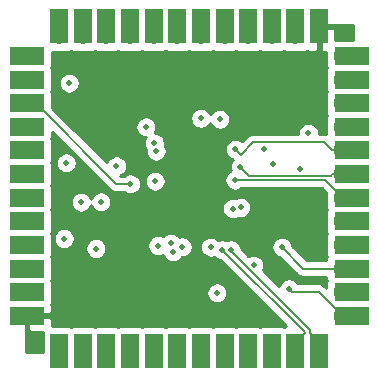
<source format=gbr>
G04 #@! TF.GenerationSoftware,KiCad,Pcbnew,(5.1.4-0-10_14)*
G04 #@! TF.CreationDate,2019-11-16T13:32:52-06:00*
G04 #@! TF.ProjectId,CircuitBrains Deluxe v1_0,43697263-7569-4744-9272-61696e732044,rev?*
G04 #@! TF.SameCoordinates,Original*
G04 #@! TF.FileFunction,Copper,L4,Bot*
G04 #@! TF.FilePolarity,Positive*
%FSLAX46Y46*%
G04 Gerber Fmt 4.6, Leading zero omitted, Abs format (unit mm)*
G04 Created by KiCad (PCBNEW (5.1.4-0-10_14)) date 2019-11-16 13:32:52*
%MOMM*%
%LPD*%
G04 APERTURE LIST*
%ADD10R,1.500000X3.000000*%
%ADD11R,3.000000X1.500000*%
%ADD12C,1.400000*%
%ADD13C,0.508000*%
%ADD14C,0.152400*%
%ADD15C,0.200000*%
%ADD16C,0.254000*%
G04 APERTURE END LIST*
D10*
X88650000Y-87200000D03*
X90650000Y-87200000D03*
X92650000Y-87200000D03*
X94650000Y-87200000D03*
X96650000Y-87200000D03*
X98650000Y-87200000D03*
X100650000Y-87200000D03*
X102650000Y-87200000D03*
X104650000Y-87200000D03*
X106650000Y-87200000D03*
X108650000Y-87200000D03*
X110650000Y-87200000D03*
X88650000Y-114700000D03*
X90650000Y-114700000D03*
X92650000Y-114700000D03*
X94650000Y-114700000D03*
X96650000Y-114700000D03*
X98650000Y-114700000D03*
X100650000Y-114700000D03*
X102650000Y-114700000D03*
X104650000Y-114700000D03*
X106650000Y-114700000D03*
X108650000Y-114700000D03*
X110650000Y-114700000D03*
D11*
X113400000Y-111700000D03*
X113400000Y-109700000D03*
X113400000Y-107700000D03*
X113400000Y-105700000D03*
X113400000Y-103700000D03*
X113400000Y-101700000D03*
X113400000Y-99700000D03*
X113400000Y-97700000D03*
X113400000Y-95700000D03*
X113400000Y-93700000D03*
X113400000Y-91700000D03*
X113400000Y-89700000D03*
X85900000Y-89700000D03*
X85900000Y-91700000D03*
X85900000Y-93700000D03*
X85900000Y-95700000D03*
X85900000Y-97700000D03*
X85900000Y-99700000D03*
X85900000Y-101700000D03*
X85900000Y-103700000D03*
X85900000Y-105700000D03*
X85900000Y-107700000D03*
X85900000Y-109700000D03*
X85900000Y-111700000D03*
D12*
X88650000Y-115400000D03*
X90650000Y-115400000D03*
X92650000Y-115400000D03*
X94650000Y-115400000D03*
X96650000Y-115400000D03*
X98650000Y-115400000D03*
X100650000Y-115400000D03*
X102650000Y-115400000D03*
X104650000Y-115400000D03*
X106650000Y-115400000D03*
X108650000Y-115400000D03*
X88650000Y-113900000D03*
X90650000Y-113900000D03*
X92650000Y-113900000D03*
X94650000Y-113900000D03*
X96650000Y-113900000D03*
X98650000Y-113900000D03*
X100650000Y-113900000D03*
X102650000Y-113900000D03*
X104650000Y-113900000D03*
X106650000Y-113900000D03*
X108650000Y-113900000D03*
X110650000Y-115400000D03*
X110650000Y-113900000D03*
X88650000Y-86500000D03*
X90650000Y-86500000D03*
X92650000Y-86500000D03*
X94650000Y-86500000D03*
X96650000Y-86500000D03*
X98650000Y-86500000D03*
X100650000Y-86500000D03*
X102650000Y-86500000D03*
X104650000Y-86500000D03*
X106650000Y-86500000D03*
X108650000Y-86500000D03*
X88650000Y-88000000D03*
X90650000Y-88000000D03*
X92650000Y-88000000D03*
X94650000Y-88000000D03*
X96650000Y-88000000D03*
X98650000Y-88000000D03*
X100650000Y-88000000D03*
X102650000Y-88000000D03*
X104650000Y-88000000D03*
X106650000Y-88000000D03*
X108650000Y-88000000D03*
X110650000Y-86500000D03*
X114100000Y-111700000D03*
X112600000Y-111700000D03*
X114100000Y-109700000D03*
X112600000Y-109700000D03*
X114100000Y-107700000D03*
X112600000Y-107700000D03*
X114100000Y-105700000D03*
X112600000Y-105700000D03*
X114100000Y-103700000D03*
X112600000Y-103700000D03*
X114100000Y-101700000D03*
X112600000Y-101700000D03*
X114100000Y-99700000D03*
X112600000Y-99700000D03*
X114100000Y-97700000D03*
X112600000Y-97700000D03*
X114100000Y-95700000D03*
X112600000Y-95700000D03*
X114100000Y-93700000D03*
X112600000Y-93700000D03*
X114100000Y-91700000D03*
X112600000Y-91700000D03*
X114100000Y-89700000D03*
X112600000Y-89700000D03*
X85200000Y-89700000D03*
X86700000Y-89700000D03*
X85200000Y-91700000D03*
X86700000Y-91700000D03*
X85200000Y-93700000D03*
X86700000Y-93700000D03*
X85200000Y-95700000D03*
X86700000Y-95700000D03*
X85200000Y-97700000D03*
X86700000Y-97700000D03*
X85200000Y-99700000D03*
X86700000Y-99700000D03*
X85200000Y-101700000D03*
X86700000Y-101700000D03*
X85200000Y-103700000D03*
X86700000Y-103700000D03*
X85200000Y-105700000D03*
X86700000Y-105700000D03*
X85200000Y-109700000D03*
X86700000Y-109700000D03*
X85200000Y-111700000D03*
X85200000Y-107700000D03*
D13*
X103600000Y-104000000D03*
X103750000Y-101500000D03*
X109000000Y-99250000D03*
X101000000Y-96750000D03*
X88500000Y-91000000D03*
X91250000Y-91000000D03*
X96750000Y-99250000D03*
X96000000Y-110500000D03*
X109000000Y-104750000D03*
X108750000Y-101500000D03*
D12*
X86700000Y-111700000D03*
X110650000Y-88000000D03*
D13*
X101100000Y-107300000D03*
X94000000Y-107800000D03*
X93800000Y-106600000D03*
X94100000Y-104000000D03*
X110478094Y-105831857D03*
X105700000Y-111800000D03*
X107100000Y-107300000D03*
X100700000Y-91400000D03*
X104100000Y-89500000D03*
X93700000Y-96200000D03*
X92600000Y-94300000D03*
X104004300Y-102521700D03*
X100625000Y-94983100D03*
X105101000Y-107399000D03*
X93500000Y-99000000D03*
X109750000Y-96250000D03*
X102000000Y-109750000D03*
X97000000Y-105750000D03*
X91750000Y-106000000D03*
X89250000Y-98750000D03*
D12*
X86700000Y-107700000D03*
D13*
X106721675Y-98821675D03*
X89500000Y-92000000D03*
X103995100Y-99081600D03*
X103518000Y-100203500D03*
X96774400Y-100291200D03*
X89064200Y-105156800D03*
X90503600Y-102067200D03*
X96709000Y-97073800D03*
X92187200Y-102055900D03*
X96851800Y-97744500D03*
X102235300Y-95059000D03*
X95997500Y-95706700D03*
X94680400Y-100535300D03*
X98082100Y-105546500D03*
X98276700Y-106255900D03*
X99063500Y-105853500D03*
X107500000Y-105900000D03*
X101466800Y-105872500D03*
X102449000Y-106100000D03*
X103207000Y-106100000D03*
X103326300Y-102612500D03*
X108100000Y-109400000D03*
X103553900Y-97603200D03*
X106001100Y-97573000D03*
D14*
X86600000Y-107950000D02*
X85740000Y-107950000D01*
X85740000Y-107950000D02*
X85725000Y-107965000D01*
X104735400Y-99821900D02*
X103995100Y-99081600D01*
X111625700Y-99821900D02*
X111747600Y-99700000D01*
X111747600Y-99700000D02*
X113400000Y-99700000D01*
X104735400Y-99821900D02*
X111625700Y-99821900D01*
X112650000Y-101700000D02*
X113400000Y-101700000D01*
X111153500Y-100203500D02*
X112650000Y-101700000D01*
X103518000Y-100203500D02*
X111153500Y-100203500D01*
X86650000Y-93700000D02*
X85900000Y-93700000D01*
X93485300Y-100535300D02*
X86650000Y-93700000D01*
X93935300Y-100535300D02*
X93485300Y-100535300D01*
X93935300Y-100535300D02*
X94680400Y-100535300D01*
X109300000Y-107700000D02*
X112650000Y-107700000D01*
X107500000Y-105900000D02*
X109300000Y-107700000D01*
X112650000Y-107700000D02*
X113400000Y-107700000D01*
D15*
X108650000Y-113950000D02*
X108650000Y-114700000D01*
X109425000Y-113175000D02*
X108650000Y-113950000D01*
X109425000Y-113076000D02*
X109425000Y-113175000D01*
X102449000Y-106100000D02*
X109425000Y-113076000D01*
X103207000Y-106100000D02*
X103207000Y-106222000D01*
X110650000Y-113950000D02*
X110650000Y-114700000D01*
X103207000Y-106100000D02*
X103207000Y-106221603D01*
X103207000Y-106221603D02*
X109875000Y-112889603D01*
X109875000Y-113175000D02*
X110650000Y-113950000D01*
X109875000Y-112889603D02*
X109875000Y-113175000D01*
D14*
X112650000Y-111700000D02*
X113110051Y-111700000D01*
X113110051Y-111700000D02*
X114100000Y-111700000D01*
X110603999Y-109653999D02*
X112650000Y-111700000D01*
X108353999Y-109653999D02*
X110603999Y-109653999D01*
X108100000Y-109400000D02*
X108353999Y-109653999D01*
X104013100Y-98062400D02*
X103553900Y-97603200D01*
X111747600Y-97700000D02*
X113400000Y-97700000D01*
X111047601Y-97000001D02*
X111747600Y-97700000D01*
X105075499Y-97000001D02*
X111047601Y-97000001D01*
X104013100Y-98062400D02*
X105075499Y-97000001D01*
D16*
G36*
X113490001Y-88311928D02*
G01*
X112037090Y-88311928D01*
X112035000Y-87485750D01*
X111876250Y-87327000D01*
X110777000Y-87327000D01*
X110777000Y-89176250D01*
X110935750Y-89335000D01*
X111261928Y-89337158D01*
X111261928Y-90450000D01*
X111274188Y-90574482D01*
X111310498Y-90694180D01*
X111313609Y-90700000D01*
X111310498Y-90705820D01*
X111274188Y-90825518D01*
X111261928Y-90950000D01*
X111261928Y-92450000D01*
X111274188Y-92574482D01*
X111310498Y-92694180D01*
X111313609Y-92700000D01*
X111310498Y-92705820D01*
X111274188Y-92825518D01*
X111261928Y-92950000D01*
X111261928Y-94450000D01*
X111274188Y-94574482D01*
X111310498Y-94694180D01*
X111313609Y-94700000D01*
X111310498Y-94705820D01*
X111274188Y-94825518D01*
X111261928Y-94950000D01*
X111261928Y-96321815D01*
X111187021Y-96299092D01*
X111082537Y-96288801D01*
X111082527Y-96288801D01*
X111047601Y-96285361D01*
X111012675Y-96288801D01*
X110639000Y-96288801D01*
X110639000Y-96162441D01*
X110604836Y-95990688D01*
X110537821Y-95828901D01*
X110440531Y-95683296D01*
X110316704Y-95559469D01*
X110171099Y-95462179D01*
X110009312Y-95395164D01*
X109837559Y-95361000D01*
X109662441Y-95361000D01*
X109490688Y-95395164D01*
X109328901Y-95462179D01*
X109183296Y-95559469D01*
X109059469Y-95683296D01*
X108962179Y-95828901D01*
X108895164Y-95990688D01*
X108861000Y-96162441D01*
X108861000Y-96288801D01*
X105110424Y-96288801D01*
X105075498Y-96285361D01*
X105040572Y-96288801D01*
X105040563Y-96288801D01*
X104936079Y-96299092D01*
X104802018Y-96339759D01*
X104678466Y-96405799D01*
X104570172Y-96494674D01*
X104547902Y-96521810D01*
X104138824Y-96930889D01*
X104120604Y-96912669D01*
X103974999Y-96815379D01*
X103813212Y-96748364D01*
X103641459Y-96714200D01*
X103466341Y-96714200D01*
X103294588Y-96748364D01*
X103132801Y-96815379D01*
X102987196Y-96912669D01*
X102863369Y-97036496D01*
X102766079Y-97182101D01*
X102699064Y-97343888D01*
X102664900Y-97515641D01*
X102664900Y-97690759D01*
X102699064Y-97862512D01*
X102766079Y-98024299D01*
X102863369Y-98169904D01*
X102987196Y-98293731D01*
X103132801Y-98391021D01*
X103294588Y-98458036D01*
X103350339Y-98469126D01*
X103304569Y-98514896D01*
X103207279Y-98660501D01*
X103140264Y-98822288D01*
X103106100Y-98994041D01*
X103106100Y-99169159D01*
X103140264Y-99340912D01*
X103160348Y-99389398D01*
X103096901Y-99415679D01*
X102951296Y-99512969D01*
X102827469Y-99636796D01*
X102730179Y-99782401D01*
X102663164Y-99944188D01*
X102629000Y-100115941D01*
X102629000Y-100291059D01*
X102663164Y-100462812D01*
X102730179Y-100624599D01*
X102827469Y-100770204D01*
X102951296Y-100894031D01*
X103096901Y-100991321D01*
X103258688Y-101058336D01*
X103430441Y-101092500D01*
X103605559Y-101092500D01*
X103777312Y-101058336D01*
X103939099Y-100991321D01*
X104053771Y-100914700D01*
X110858913Y-100914700D01*
X111261928Y-101317716D01*
X111261928Y-102450000D01*
X111274188Y-102574482D01*
X111310498Y-102694180D01*
X111313609Y-102700000D01*
X111310498Y-102705820D01*
X111274188Y-102825518D01*
X111261928Y-102950000D01*
X111261928Y-104450000D01*
X111274188Y-104574482D01*
X111310498Y-104694180D01*
X111313609Y-104700000D01*
X111310498Y-104705820D01*
X111274188Y-104825518D01*
X111261928Y-104950000D01*
X111261928Y-106450000D01*
X111274188Y-106574482D01*
X111310498Y-106694180D01*
X111313609Y-106700000D01*
X111310498Y-106705820D01*
X111274188Y-106825518D01*
X111261928Y-106950000D01*
X111261928Y-106988800D01*
X109594589Y-106988800D01*
X108381742Y-105775955D01*
X108354836Y-105640688D01*
X108287821Y-105478901D01*
X108190531Y-105333296D01*
X108066704Y-105209469D01*
X107921099Y-105112179D01*
X107759312Y-105045164D01*
X107587559Y-105011000D01*
X107412441Y-105011000D01*
X107240688Y-105045164D01*
X107078901Y-105112179D01*
X106933296Y-105209469D01*
X106809469Y-105333296D01*
X106712179Y-105478901D01*
X106645164Y-105640688D01*
X106611000Y-105812441D01*
X106611000Y-105987559D01*
X106645164Y-106159312D01*
X106712179Y-106321099D01*
X106809469Y-106466704D01*
X106933296Y-106590531D01*
X107078901Y-106687821D01*
X107240688Y-106754836D01*
X107375955Y-106781742D01*
X108772407Y-108178196D01*
X108794673Y-108205327D01*
X108821804Y-108227593D01*
X108821808Y-108227597D01*
X108853781Y-108253836D01*
X108902967Y-108294202D01*
X109026519Y-108360242D01*
X109160580Y-108400909D01*
X109265064Y-108411200D01*
X109265073Y-108411200D01*
X109299999Y-108414640D01*
X109334925Y-108411200D01*
X111261928Y-108411200D01*
X111261928Y-108450000D01*
X111274188Y-108574482D01*
X111310498Y-108694180D01*
X111313609Y-108700000D01*
X111310498Y-108705820D01*
X111274188Y-108825518D01*
X111261928Y-108950000D01*
X111261928Y-109306141D01*
X111131601Y-109175814D01*
X111109326Y-109148672D01*
X111001032Y-109059797D01*
X110877480Y-108993757D01*
X110743419Y-108953090D01*
X110638935Y-108942799D01*
X110638925Y-108942799D01*
X110603999Y-108939359D01*
X110569073Y-108942799D01*
X108863698Y-108942799D01*
X108790531Y-108833296D01*
X108666704Y-108709469D01*
X108521099Y-108612179D01*
X108359312Y-108545164D01*
X108187559Y-108511000D01*
X108012441Y-108511000D01*
X107840688Y-108545164D01*
X107678901Y-108612179D01*
X107533296Y-108709469D01*
X107409469Y-108833296D01*
X107312179Y-108978901D01*
X107245164Y-109140688D01*
X107231952Y-109207109D01*
X105871246Y-107846402D01*
X105888821Y-107820099D01*
X105955836Y-107658312D01*
X105990000Y-107486559D01*
X105990000Y-107311441D01*
X105955836Y-107139688D01*
X105888821Y-106977901D01*
X105791531Y-106832296D01*
X105667704Y-106708469D01*
X105522099Y-106611179D01*
X105360312Y-106544164D01*
X105188559Y-106510000D01*
X105013441Y-106510000D01*
X104841688Y-106544164D01*
X104679901Y-106611179D01*
X104653598Y-106628754D01*
X104096000Y-106071157D01*
X104096000Y-106012441D01*
X104061836Y-105840688D01*
X103994821Y-105678901D01*
X103897531Y-105533296D01*
X103773704Y-105409469D01*
X103628099Y-105312179D01*
X103466312Y-105245164D01*
X103294559Y-105211000D01*
X103119441Y-105211000D01*
X102947688Y-105245164D01*
X102828000Y-105294741D01*
X102708312Y-105245164D01*
X102536559Y-105211000D01*
X102361441Y-105211000D01*
X102189688Y-105245164D01*
X102123935Y-105272400D01*
X102033504Y-105181969D01*
X101887899Y-105084679D01*
X101726112Y-105017664D01*
X101554359Y-104983500D01*
X101379241Y-104983500D01*
X101207488Y-105017664D01*
X101045701Y-105084679D01*
X100900096Y-105181969D01*
X100776269Y-105305796D01*
X100678979Y-105451401D01*
X100611964Y-105613188D01*
X100577800Y-105784941D01*
X100577800Y-105960059D01*
X100611964Y-106131812D01*
X100678979Y-106293599D01*
X100776269Y-106439204D01*
X100900096Y-106563031D01*
X101045701Y-106660321D01*
X101207488Y-106727336D01*
X101379241Y-106761500D01*
X101554359Y-106761500D01*
X101726112Y-106727336D01*
X101791865Y-106700100D01*
X101882296Y-106790531D01*
X102027901Y-106887821D01*
X102189688Y-106954836D01*
X102282939Y-106973385D01*
X107874038Y-112564485D01*
X107775518Y-112574188D01*
X107655820Y-112610498D01*
X107650000Y-112613609D01*
X107644180Y-112610498D01*
X107524482Y-112574188D01*
X107400000Y-112561928D01*
X105900000Y-112561928D01*
X105775518Y-112574188D01*
X105655820Y-112610498D01*
X105650000Y-112613609D01*
X105644180Y-112610498D01*
X105524482Y-112574188D01*
X105400000Y-112561928D01*
X103900000Y-112561928D01*
X103775518Y-112574188D01*
X103655820Y-112610498D01*
X103650000Y-112613609D01*
X103644180Y-112610498D01*
X103524482Y-112574188D01*
X103400000Y-112561928D01*
X101900000Y-112561928D01*
X101775518Y-112574188D01*
X101655820Y-112610498D01*
X101650000Y-112613609D01*
X101644180Y-112610498D01*
X101524482Y-112574188D01*
X101400000Y-112561928D01*
X99900000Y-112561928D01*
X99775518Y-112574188D01*
X99655820Y-112610498D01*
X99650000Y-112613609D01*
X99644180Y-112610498D01*
X99524482Y-112574188D01*
X99400000Y-112561928D01*
X97900000Y-112561928D01*
X97775518Y-112574188D01*
X97655820Y-112610498D01*
X97650000Y-112613609D01*
X97644180Y-112610498D01*
X97524482Y-112574188D01*
X97400000Y-112561928D01*
X95900000Y-112561928D01*
X95775518Y-112574188D01*
X95655820Y-112610498D01*
X95650000Y-112613609D01*
X95644180Y-112610498D01*
X95524482Y-112574188D01*
X95400000Y-112561928D01*
X93900000Y-112561928D01*
X93775518Y-112574188D01*
X93655820Y-112610498D01*
X93650000Y-112613609D01*
X93644180Y-112610498D01*
X93524482Y-112574188D01*
X93400000Y-112561928D01*
X91900000Y-112561928D01*
X91775518Y-112574188D01*
X91655820Y-112610498D01*
X91650000Y-112613609D01*
X91644180Y-112610498D01*
X91524482Y-112574188D01*
X91400000Y-112561928D01*
X89900000Y-112561928D01*
X89775518Y-112574188D01*
X89655820Y-112610498D01*
X89650000Y-112613609D01*
X89644180Y-112610498D01*
X89524482Y-112574188D01*
X89400000Y-112561928D01*
X88027048Y-112561928D01*
X88038072Y-112450000D01*
X88035000Y-111985750D01*
X87876250Y-111827000D01*
X86027000Y-111827000D01*
X86027000Y-112926250D01*
X86185750Y-113085000D01*
X87272983Y-113087751D01*
X87261928Y-113200000D01*
X87261928Y-114790000D01*
X85810000Y-114790000D01*
X85810000Y-111553000D01*
X86027000Y-111553000D01*
X86027000Y-111573000D01*
X87876250Y-111573000D01*
X88035000Y-111414250D01*
X88038072Y-110950000D01*
X88025812Y-110825518D01*
X87989502Y-110705820D01*
X87986391Y-110700000D01*
X87989502Y-110694180D01*
X88025812Y-110574482D01*
X88038072Y-110450000D01*
X88038072Y-109662441D01*
X101111000Y-109662441D01*
X101111000Y-109837559D01*
X101145164Y-110009312D01*
X101212179Y-110171099D01*
X101309469Y-110316704D01*
X101433296Y-110440531D01*
X101578901Y-110537821D01*
X101740688Y-110604836D01*
X101912441Y-110639000D01*
X102087559Y-110639000D01*
X102259312Y-110604836D01*
X102421099Y-110537821D01*
X102566704Y-110440531D01*
X102690531Y-110316704D01*
X102787821Y-110171099D01*
X102854836Y-110009312D01*
X102889000Y-109837559D01*
X102889000Y-109662441D01*
X102854836Y-109490688D01*
X102787821Y-109328901D01*
X102690531Y-109183296D01*
X102566704Y-109059469D01*
X102421099Y-108962179D01*
X102259312Y-108895164D01*
X102087559Y-108861000D01*
X101912441Y-108861000D01*
X101740688Y-108895164D01*
X101578901Y-108962179D01*
X101433296Y-109059469D01*
X101309469Y-109183296D01*
X101212179Y-109328901D01*
X101145164Y-109490688D01*
X101111000Y-109662441D01*
X88038072Y-109662441D01*
X88038072Y-108950000D01*
X88025812Y-108825518D01*
X87989502Y-108705820D01*
X87986391Y-108700000D01*
X87989502Y-108694180D01*
X88025812Y-108574482D01*
X88038072Y-108450000D01*
X88038072Y-106950000D01*
X88025812Y-106825518D01*
X87989502Y-106705820D01*
X87986391Y-106700000D01*
X87989502Y-106694180D01*
X88025812Y-106574482D01*
X88038072Y-106450000D01*
X88038072Y-105069241D01*
X88175200Y-105069241D01*
X88175200Y-105244359D01*
X88209364Y-105416112D01*
X88276379Y-105577899D01*
X88373669Y-105723504D01*
X88497496Y-105847331D01*
X88643101Y-105944621D01*
X88804888Y-106011636D01*
X88976641Y-106045800D01*
X89151759Y-106045800D01*
X89323512Y-106011636D01*
X89485299Y-105944621D01*
X89533459Y-105912441D01*
X90861000Y-105912441D01*
X90861000Y-106087559D01*
X90895164Y-106259312D01*
X90962179Y-106421099D01*
X91059469Y-106566704D01*
X91183296Y-106690531D01*
X91328901Y-106787821D01*
X91490688Y-106854836D01*
X91662441Y-106889000D01*
X91837559Y-106889000D01*
X92009312Y-106854836D01*
X92171099Y-106787821D01*
X92316704Y-106690531D01*
X92440531Y-106566704D01*
X92537821Y-106421099D01*
X92604836Y-106259312D01*
X92639000Y-106087559D01*
X92639000Y-105912441D01*
X92604836Y-105740688D01*
X92572425Y-105662441D01*
X96111000Y-105662441D01*
X96111000Y-105837559D01*
X96145164Y-106009312D01*
X96212179Y-106171099D01*
X96309469Y-106316704D01*
X96433296Y-106440531D01*
X96578901Y-106537821D01*
X96740688Y-106604836D01*
X96912441Y-106639000D01*
X97087559Y-106639000D01*
X97259312Y-106604836D01*
X97421099Y-106537821D01*
X97429033Y-106532520D01*
X97488879Y-106676999D01*
X97586169Y-106822604D01*
X97709996Y-106946431D01*
X97855601Y-107043721D01*
X98017388Y-107110736D01*
X98189141Y-107144900D01*
X98364259Y-107144900D01*
X98536012Y-107110736D01*
X98697799Y-107043721D01*
X98843404Y-106946431D01*
X98967231Y-106822604D01*
X99020755Y-106742500D01*
X99151059Y-106742500D01*
X99322812Y-106708336D01*
X99484599Y-106641321D01*
X99630204Y-106544031D01*
X99754031Y-106420204D01*
X99851321Y-106274599D01*
X99918336Y-106112812D01*
X99952500Y-105941059D01*
X99952500Y-105765941D01*
X99918336Y-105594188D01*
X99851321Y-105432401D01*
X99754031Y-105286796D01*
X99630204Y-105162969D01*
X99484599Y-105065679D01*
X99322812Y-104998664D01*
X99151059Y-104964500D01*
X98975941Y-104964500D01*
X98804188Y-104998664D01*
X98789346Y-105004812D01*
X98772631Y-104979796D01*
X98648804Y-104855969D01*
X98503199Y-104758679D01*
X98341412Y-104691664D01*
X98169659Y-104657500D01*
X97994541Y-104657500D01*
X97822788Y-104691664D01*
X97661001Y-104758679D01*
X97515396Y-104855969D01*
X97412675Y-104958690D01*
X97259312Y-104895164D01*
X97087559Y-104861000D01*
X96912441Y-104861000D01*
X96740688Y-104895164D01*
X96578901Y-104962179D01*
X96433296Y-105059469D01*
X96309469Y-105183296D01*
X96212179Y-105328901D01*
X96145164Y-105490688D01*
X96111000Y-105662441D01*
X92572425Y-105662441D01*
X92537821Y-105578901D01*
X92440531Y-105433296D01*
X92316704Y-105309469D01*
X92171099Y-105212179D01*
X92009312Y-105145164D01*
X91837559Y-105111000D01*
X91662441Y-105111000D01*
X91490688Y-105145164D01*
X91328901Y-105212179D01*
X91183296Y-105309469D01*
X91059469Y-105433296D01*
X90962179Y-105578901D01*
X90895164Y-105740688D01*
X90861000Y-105912441D01*
X89533459Y-105912441D01*
X89630904Y-105847331D01*
X89754731Y-105723504D01*
X89852021Y-105577899D01*
X89919036Y-105416112D01*
X89953200Y-105244359D01*
X89953200Y-105069241D01*
X89919036Y-104897488D01*
X89852021Y-104735701D01*
X89754731Y-104590096D01*
X89630904Y-104466269D01*
X89485299Y-104368979D01*
X89323512Y-104301964D01*
X89151759Y-104267800D01*
X88976641Y-104267800D01*
X88804888Y-104301964D01*
X88643101Y-104368979D01*
X88497496Y-104466269D01*
X88373669Y-104590096D01*
X88276379Y-104735701D01*
X88209364Y-104897488D01*
X88175200Y-105069241D01*
X88038072Y-105069241D01*
X88038072Y-104950000D01*
X88025812Y-104825518D01*
X87989502Y-104705820D01*
X87986391Y-104700000D01*
X87989502Y-104694180D01*
X88025812Y-104574482D01*
X88038072Y-104450000D01*
X88038072Y-102950000D01*
X88025812Y-102825518D01*
X87989502Y-102705820D01*
X87986391Y-102700000D01*
X87989502Y-102694180D01*
X88025812Y-102574482D01*
X88038072Y-102450000D01*
X88038072Y-101979641D01*
X89614600Y-101979641D01*
X89614600Y-102154759D01*
X89648764Y-102326512D01*
X89715779Y-102488299D01*
X89813069Y-102633904D01*
X89936896Y-102757731D01*
X90082501Y-102855021D01*
X90244288Y-102922036D01*
X90416041Y-102956200D01*
X90591159Y-102956200D01*
X90762912Y-102922036D01*
X90924699Y-102855021D01*
X91070304Y-102757731D01*
X91194131Y-102633904D01*
X91291421Y-102488299D01*
X91347740Y-102352333D01*
X91399379Y-102476999D01*
X91496669Y-102622604D01*
X91620496Y-102746431D01*
X91766101Y-102843721D01*
X91927888Y-102910736D01*
X92099641Y-102944900D01*
X92274759Y-102944900D01*
X92446512Y-102910736D01*
X92608299Y-102843721D01*
X92753904Y-102746431D01*
X92877731Y-102622604D01*
X92942987Y-102524941D01*
X102437300Y-102524941D01*
X102437300Y-102700059D01*
X102471464Y-102871812D01*
X102538479Y-103033599D01*
X102635769Y-103179204D01*
X102759596Y-103303031D01*
X102905201Y-103400321D01*
X103066988Y-103467336D01*
X103238741Y-103501500D01*
X103413859Y-103501500D01*
X103585612Y-103467336D01*
X103747399Y-103400321D01*
X103774277Y-103382362D01*
X103916741Y-103410700D01*
X104091859Y-103410700D01*
X104263612Y-103376536D01*
X104425399Y-103309521D01*
X104571004Y-103212231D01*
X104694831Y-103088404D01*
X104792121Y-102942799D01*
X104859136Y-102781012D01*
X104893300Y-102609259D01*
X104893300Y-102434141D01*
X104859136Y-102262388D01*
X104792121Y-102100601D01*
X104694831Y-101954996D01*
X104571004Y-101831169D01*
X104425399Y-101733879D01*
X104263612Y-101666864D01*
X104091859Y-101632700D01*
X103916741Y-101632700D01*
X103744988Y-101666864D01*
X103583201Y-101733879D01*
X103556323Y-101751838D01*
X103413859Y-101723500D01*
X103238741Y-101723500D01*
X103066988Y-101757664D01*
X102905201Y-101824679D01*
X102759596Y-101921969D01*
X102635769Y-102045796D01*
X102538479Y-102191401D01*
X102471464Y-102353188D01*
X102437300Y-102524941D01*
X92942987Y-102524941D01*
X92975021Y-102476999D01*
X93042036Y-102315212D01*
X93076200Y-102143459D01*
X93076200Y-101968341D01*
X93042036Y-101796588D01*
X92975021Y-101634801D01*
X92877731Y-101489196D01*
X92753904Y-101365369D01*
X92608299Y-101268079D01*
X92446512Y-101201064D01*
X92274759Y-101166900D01*
X92099641Y-101166900D01*
X91927888Y-101201064D01*
X91766101Y-101268079D01*
X91620496Y-101365369D01*
X91496669Y-101489196D01*
X91399379Y-101634801D01*
X91343060Y-101770767D01*
X91291421Y-101646101D01*
X91194131Y-101500496D01*
X91070304Y-101376669D01*
X90924699Y-101279379D01*
X90762912Y-101212364D01*
X90591159Y-101178200D01*
X90416041Y-101178200D01*
X90244288Y-101212364D01*
X90082501Y-101279379D01*
X89936896Y-101376669D01*
X89813069Y-101500496D01*
X89715779Y-101646101D01*
X89648764Y-101807888D01*
X89614600Y-101979641D01*
X88038072Y-101979641D01*
X88038072Y-100950000D01*
X88025812Y-100825518D01*
X87989502Y-100705820D01*
X87986391Y-100700000D01*
X87989502Y-100694180D01*
X88025812Y-100574482D01*
X88038072Y-100450000D01*
X88038072Y-98950000D01*
X88025812Y-98825518D01*
X87989502Y-98705820D01*
X87986391Y-98700000D01*
X87989502Y-98694180D01*
X87999129Y-98662441D01*
X88361000Y-98662441D01*
X88361000Y-98837559D01*
X88395164Y-99009312D01*
X88462179Y-99171099D01*
X88559469Y-99316704D01*
X88683296Y-99440531D01*
X88828901Y-99537821D01*
X88990688Y-99604836D01*
X89162441Y-99639000D01*
X89337559Y-99639000D01*
X89509312Y-99604836D01*
X89671099Y-99537821D01*
X89816704Y-99440531D01*
X89940531Y-99316704D01*
X90037821Y-99171099D01*
X90104836Y-99009312D01*
X90139000Y-98837559D01*
X90139000Y-98662441D01*
X90104836Y-98490688D01*
X90037821Y-98328901D01*
X89940531Y-98183296D01*
X89816704Y-98059469D01*
X89671099Y-97962179D01*
X89509312Y-97895164D01*
X89337559Y-97861000D01*
X89162441Y-97861000D01*
X88990688Y-97895164D01*
X88828901Y-97962179D01*
X88683296Y-98059469D01*
X88559469Y-98183296D01*
X88462179Y-98328901D01*
X88395164Y-98490688D01*
X88361000Y-98662441D01*
X87999129Y-98662441D01*
X88025812Y-98574482D01*
X88038072Y-98450000D01*
X88038072Y-96950000D01*
X88025812Y-96825518D01*
X87989502Y-96705820D01*
X87986391Y-96700000D01*
X87989502Y-96694180D01*
X88025812Y-96574482D01*
X88038072Y-96450000D01*
X88038072Y-96093859D01*
X92957703Y-101013491D01*
X92979973Y-101040627D01*
X93088267Y-101129502D01*
X93211819Y-101195542D01*
X93345880Y-101236209D01*
X93450364Y-101246500D01*
X93450371Y-101246500D01*
X93485300Y-101249940D01*
X93520228Y-101246500D01*
X94144629Y-101246500D01*
X94259301Y-101323121D01*
X94421088Y-101390136D01*
X94592841Y-101424300D01*
X94767959Y-101424300D01*
X94939712Y-101390136D01*
X95101499Y-101323121D01*
X95247104Y-101225831D01*
X95370931Y-101102004D01*
X95468221Y-100956399D01*
X95535236Y-100794612D01*
X95569400Y-100622859D01*
X95569400Y-100447741D01*
X95535236Y-100275988D01*
X95505269Y-100203641D01*
X95885400Y-100203641D01*
X95885400Y-100378759D01*
X95919564Y-100550512D01*
X95986579Y-100712299D01*
X96083869Y-100857904D01*
X96207696Y-100981731D01*
X96353301Y-101079021D01*
X96515088Y-101146036D01*
X96686841Y-101180200D01*
X96861959Y-101180200D01*
X97033712Y-101146036D01*
X97195499Y-101079021D01*
X97341104Y-100981731D01*
X97464931Y-100857904D01*
X97562221Y-100712299D01*
X97629236Y-100550512D01*
X97663400Y-100378759D01*
X97663400Y-100203641D01*
X97629236Y-100031888D01*
X97562221Y-99870101D01*
X97464931Y-99724496D01*
X97341104Y-99600669D01*
X97195499Y-99503379D01*
X97033712Y-99436364D01*
X96861959Y-99402200D01*
X96686841Y-99402200D01*
X96515088Y-99436364D01*
X96353301Y-99503379D01*
X96207696Y-99600669D01*
X96083869Y-99724496D01*
X95986579Y-99870101D01*
X95919564Y-100031888D01*
X95885400Y-100203641D01*
X95505269Y-100203641D01*
X95468221Y-100114201D01*
X95370931Y-99968596D01*
X95247104Y-99844769D01*
X95101499Y-99747479D01*
X94939712Y-99680464D01*
X94767959Y-99646300D01*
X94592841Y-99646300D01*
X94421088Y-99680464D01*
X94259301Y-99747479D01*
X94144629Y-99824100D01*
X93833515Y-99824100D01*
X93921099Y-99787821D01*
X94066704Y-99690531D01*
X94190531Y-99566704D01*
X94287821Y-99421099D01*
X94354836Y-99259312D01*
X94389000Y-99087559D01*
X94389000Y-98912441D01*
X94354836Y-98740688D01*
X94287821Y-98578901D01*
X94190531Y-98433296D01*
X94066704Y-98309469D01*
X93921099Y-98212179D01*
X93759312Y-98145164D01*
X93587559Y-98111000D01*
X93412441Y-98111000D01*
X93240688Y-98145164D01*
X93078901Y-98212179D01*
X92933296Y-98309469D01*
X92809469Y-98433296D01*
X92712179Y-98578901D01*
X92660193Y-98704405D01*
X89574929Y-95619141D01*
X95108500Y-95619141D01*
X95108500Y-95794259D01*
X95142664Y-95966012D01*
X95209679Y-96127799D01*
X95306969Y-96273404D01*
X95430796Y-96397231D01*
X95576401Y-96494521D01*
X95738188Y-96561536D01*
X95909941Y-96595700D01*
X95959266Y-96595700D01*
X95921179Y-96652701D01*
X95854164Y-96814488D01*
X95820000Y-96986241D01*
X95820000Y-97161359D01*
X95854164Y-97333112D01*
X95921179Y-97494899D01*
X95978090Y-97580073D01*
X95962800Y-97656941D01*
X95962800Y-97832059D01*
X95996964Y-98003812D01*
X96063979Y-98165599D01*
X96161269Y-98311204D01*
X96285096Y-98435031D01*
X96430701Y-98532321D01*
X96592488Y-98599336D01*
X96764241Y-98633500D01*
X96939359Y-98633500D01*
X97111112Y-98599336D01*
X97272899Y-98532321D01*
X97418504Y-98435031D01*
X97542331Y-98311204D01*
X97639621Y-98165599D01*
X97706636Y-98003812D01*
X97740800Y-97832059D01*
X97740800Y-97656941D01*
X97706636Y-97485188D01*
X97639621Y-97323401D01*
X97582710Y-97238227D01*
X97598000Y-97161359D01*
X97598000Y-96986241D01*
X97563836Y-96814488D01*
X97496821Y-96652701D01*
X97399531Y-96507096D01*
X97275704Y-96383269D01*
X97130099Y-96285979D01*
X96968312Y-96218964D01*
X96796559Y-96184800D01*
X96747234Y-96184800D01*
X96785321Y-96127799D01*
X96852336Y-95966012D01*
X96886500Y-95794259D01*
X96886500Y-95619141D01*
X96852336Y-95447388D01*
X96785321Y-95285601D01*
X96688031Y-95139996D01*
X96564204Y-95016169D01*
X96418599Y-94918879D01*
X96362257Y-94895541D01*
X99736000Y-94895541D01*
X99736000Y-95070659D01*
X99770164Y-95242412D01*
X99837179Y-95404199D01*
X99934469Y-95549804D01*
X100058296Y-95673631D01*
X100203901Y-95770921D01*
X100365688Y-95837936D01*
X100537441Y-95872100D01*
X100712559Y-95872100D01*
X100884312Y-95837936D01*
X101046099Y-95770921D01*
X101191704Y-95673631D01*
X101315531Y-95549804D01*
X101412821Y-95404199D01*
X101414430Y-95400313D01*
X101447479Y-95480099D01*
X101544769Y-95625704D01*
X101668596Y-95749531D01*
X101814201Y-95846821D01*
X101975988Y-95913836D01*
X102147741Y-95948000D01*
X102322859Y-95948000D01*
X102494612Y-95913836D01*
X102656399Y-95846821D01*
X102802004Y-95749531D01*
X102925831Y-95625704D01*
X103023121Y-95480099D01*
X103090136Y-95318312D01*
X103124300Y-95146559D01*
X103124300Y-94971441D01*
X103090136Y-94799688D01*
X103023121Y-94637901D01*
X102925831Y-94492296D01*
X102802004Y-94368469D01*
X102656399Y-94271179D01*
X102494612Y-94204164D01*
X102322859Y-94170000D01*
X102147741Y-94170000D01*
X101975988Y-94204164D01*
X101814201Y-94271179D01*
X101668596Y-94368469D01*
X101544769Y-94492296D01*
X101447479Y-94637901D01*
X101445870Y-94641787D01*
X101412821Y-94562001D01*
X101315531Y-94416396D01*
X101191704Y-94292569D01*
X101046099Y-94195279D01*
X100884312Y-94128264D01*
X100712559Y-94094100D01*
X100537441Y-94094100D01*
X100365688Y-94128264D01*
X100203901Y-94195279D01*
X100058296Y-94292569D01*
X99934469Y-94416396D01*
X99837179Y-94562001D01*
X99770164Y-94723788D01*
X99736000Y-94895541D01*
X96362257Y-94895541D01*
X96256812Y-94851864D01*
X96085059Y-94817700D01*
X95909941Y-94817700D01*
X95738188Y-94851864D01*
X95576401Y-94918879D01*
X95430796Y-95016169D01*
X95306969Y-95139996D01*
X95209679Y-95285601D01*
X95142664Y-95447388D01*
X95108500Y-95619141D01*
X89574929Y-95619141D01*
X88038072Y-94082285D01*
X88038072Y-92950000D01*
X88025812Y-92825518D01*
X87989502Y-92705820D01*
X87986391Y-92700000D01*
X87989502Y-92694180D01*
X88025812Y-92574482D01*
X88038072Y-92450000D01*
X88038072Y-91912441D01*
X88611000Y-91912441D01*
X88611000Y-92087559D01*
X88645164Y-92259312D01*
X88712179Y-92421099D01*
X88809469Y-92566704D01*
X88933296Y-92690531D01*
X89078901Y-92787821D01*
X89240688Y-92854836D01*
X89412441Y-92889000D01*
X89587559Y-92889000D01*
X89759312Y-92854836D01*
X89921099Y-92787821D01*
X90066704Y-92690531D01*
X90190531Y-92566704D01*
X90287821Y-92421099D01*
X90354836Y-92259312D01*
X90389000Y-92087559D01*
X90389000Y-91912441D01*
X90354836Y-91740688D01*
X90287821Y-91578901D01*
X90190531Y-91433296D01*
X90066704Y-91309469D01*
X89921099Y-91212179D01*
X89759312Y-91145164D01*
X89587559Y-91111000D01*
X89412441Y-91111000D01*
X89240688Y-91145164D01*
X89078901Y-91212179D01*
X88933296Y-91309469D01*
X88809469Y-91433296D01*
X88712179Y-91578901D01*
X88645164Y-91740688D01*
X88611000Y-91912441D01*
X88038072Y-91912441D01*
X88038072Y-90950000D01*
X88025812Y-90825518D01*
X87989502Y-90705820D01*
X87986391Y-90700000D01*
X87989502Y-90694180D01*
X88025812Y-90574482D01*
X88038072Y-90450000D01*
X88038072Y-89338072D01*
X89400000Y-89338072D01*
X89524482Y-89325812D01*
X89644180Y-89289502D01*
X89650000Y-89286391D01*
X89655820Y-89289502D01*
X89775518Y-89325812D01*
X89900000Y-89338072D01*
X91400000Y-89338072D01*
X91524482Y-89325812D01*
X91644180Y-89289502D01*
X91650000Y-89286391D01*
X91655820Y-89289502D01*
X91775518Y-89325812D01*
X91900000Y-89338072D01*
X93400000Y-89338072D01*
X93524482Y-89325812D01*
X93644180Y-89289502D01*
X93650000Y-89286391D01*
X93655820Y-89289502D01*
X93775518Y-89325812D01*
X93900000Y-89338072D01*
X95400000Y-89338072D01*
X95524482Y-89325812D01*
X95644180Y-89289502D01*
X95650000Y-89286391D01*
X95655820Y-89289502D01*
X95775518Y-89325812D01*
X95900000Y-89338072D01*
X97400000Y-89338072D01*
X97524482Y-89325812D01*
X97644180Y-89289502D01*
X97650000Y-89286391D01*
X97655820Y-89289502D01*
X97775518Y-89325812D01*
X97900000Y-89338072D01*
X99400000Y-89338072D01*
X99524482Y-89325812D01*
X99644180Y-89289502D01*
X99650000Y-89286391D01*
X99655820Y-89289502D01*
X99775518Y-89325812D01*
X99900000Y-89338072D01*
X101400000Y-89338072D01*
X101524482Y-89325812D01*
X101644180Y-89289502D01*
X101650000Y-89286391D01*
X101655820Y-89289502D01*
X101775518Y-89325812D01*
X101900000Y-89338072D01*
X103400000Y-89338072D01*
X103524482Y-89325812D01*
X103644180Y-89289502D01*
X103650000Y-89286391D01*
X103655820Y-89289502D01*
X103775518Y-89325812D01*
X103900000Y-89338072D01*
X105400000Y-89338072D01*
X105524482Y-89325812D01*
X105644180Y-89289502D01*
X105650000Y-89286391D01*
X105655820Y-89289502D01*
X105775518Y-89325812D01*
X105900000Y-89338072D01*
X107400000Y-89338072D01*
X107524482Y-89325812D01*
X107644180Y-89289502D01*
X107650000Y-89286391D01*
X107655820Y-89289502D01*
X107775518Y-89325812D01*
X107900000Y-89338072D01*
X109400000Y-89338072D01*
X109524482Y-89325812D01*
X109644180Y-89289502D01*
X109650000Y-89286391D01*
X109655820Y-89289502D01*
X109775518Y-89325812D01*
X109900000Y-89338072D01*
X110364250Y-89335000D01*
X110523000Y-89176250D01*
X110523000Y-87327000D01*
X110503000Y-87327000D01*
X110503000Y-87110000D01*
X113490001Y-87110000D01*
X113490001Y-88311928D01*
X113490001Y-88311928D01*
G37*
X113490001Y-88311928D02*
X112037090Y-88311928D01*
X112035000Y-87485750D01*
X111876250Y-87327000D01*
X110777000Y-87327000D01*
X110777000Y-89176250D01*
X110935750Y-89335000D01*
X111261928Y-89337158D01*
X111261928Y-90450000D01*
X111274188Y-90574482D01*
X111310498Y-90694180D01*
X111313609Y-90700000D01*
X111310498Y-90705820D01*
X111274188Y-90825518D01*
X111261928Y-90950000D01*
X111261928Y-92450000D01*
X111274188Y-92574482D01*
X111310498Y-92694180D01*
X111313609Y-92700000D01*
X111310498Y-92705820D01*
X111274188Y-92825518D01*
X111261928Y-92950000D01*
X111261928Y-94450000D01*
X111274188Y-94574482D01*
X111310498Y-94694180D01*
X111313609Y-94700000D01*
X111310498Y-94705820D01*
X111274188Y-94825518D01*
X111261928Y-94950000D01*
X111261928Y-96321815D01*
X111187021Y-96299092D01*
X111082537Y-96288801D01*
X111082527Y-96288801D01*
X111047601Y-96285361D01*
X111012675Y-96288801D01*
X110639000Y-96288801D01*
X110639000Y-96162441D01*
X110604836Y-95990688D01*
X110537821Y-95828901D01*
X110440531Y-95683296D01*
X110316704Y-95559469D01*
X110171099Y-95462179D01*
X110009312Y-95395164D01*
X109837559Y-95361000D01*
X109662441Y-95361000D01*
X109490688Y-95395164D01*
X109328901Y-95462179D01*
X109183296Y-95559469D01*
X109059469Y-95683296D01*
X108962179Y-95828901D01*
X108895164Y-95990688D01*
X108861000Y-96162441D01*
X108861000Y-96288801D01*
X105110424Y-96288801D01*
X105075498Y-96285361D01*
X105040572Y-96288801D01*
X105040563Y-96288801D01*
X104936079Y-96299092D01*
X104802018Y-96339759D01*
X104678466Y-96405799D01*
X104570172Y-96494674D01*
X104547902Y-96521810D01*
X104138824Y-96930889D01*
X104120604Y-96912669D01*
X103974999Y-96815379D01*
X103813212Y-96748364D01*
X103641459Y-96714200D01*
X103466341Y-96714200D01*
X103294588Y-96748364D01*
X103132801Y-96815379D01*
X102987196Y-96912669D01*
X102863369Y-97036496D01*
X102766079Y-97182101D01*
X102699064Y-97343888D01*
X102664900Y-97515641D01*
X102664900Y-97690759D01*
X102699064Y-97862512D01*
X102766079Y-98024299D01*
X102863369Y-98169904D01*
X102987196Y-98293731D01*
X103132801Y-98391021D01*
X103294588Y-98458036D01*
X103350339Y-98469126D01*
X103304569Y-98514896D01*
X103207279Y-98660501D01*
X103140264Y-98822288D01*
X103106100Y-98994041D01*
X103106100Y-99169159D01*
X103140264Y-99340912D01*
X103160348Y-99389398D01*
X103096901Y-99415679D01*
X102951296Y-99512969D01*
X102827469Y-99636796D01*
X102730179Y-99782401D01*
X102663164Y-99944188D01*
X102629000Y-100115941D01*
X102629000Y-100291059D01*
X102663164Y-100462812D01*
X102730179Y-100624599D01*
X102827469Y-100770204D01*
X102951296Y-100894031D01*
X103096901Y-100991321D01*
X103258688Y-101058336D01*
X103430441Y-101092500D01*
X103605559Y-101092500D01*
X103777312Y-101058336D01*
X103939099Y-100991321D01*
X104053771Y-100914700D01*
X110858913Y-100914700D01*
X111261928Y-101317716D01*
X111261928Y-102450000D01*
X111274188Y-102574482D01*
X111310498Y-102694180D01*
X111313609Y-102700000D01*
X111310498Y-102705820D01*
X111274188Y-102825518D01*
X111261928Y-102950000D01*
X111261928Y-104450000D01*
X111274188Y-104574482D01*
X111310498Y-104694180D01*
X111313609Y-104700000D01*
X111310498Y-104705820D01*
X111274188Y-104825518D01*
X111261928Y-104950000D01*
X111261928Y-106450000D01*
X111274188Y-106574482D01*
X111310498Y-106694180D01*
X111313609Y-106700000D01*
X111310498Y-106705820D01*
X111274188Y-106825518D01*
X111261928Y-106950000D01*
X111261928Y-106988800D01*
X109594589Y-106988800D01*
X108381742Y-105775955D01*
X108354836Y-105640688D01*
X108287821Y-105478901D01*
X108190531Y-105333296D01*
X108066704Y-105209469D01*
X107921099Y-105112179D01*
X107759312Y-105045164D01*
X107587559Y-105011000D01*
X107412441Y-105011000D01*
X107240688Y-105045164D01*
X107078901Y-105112179D01*
X106933296Y-105209469D01*
X106809469Y-105333296D01*
X106712179Y-105478901D01*
X106645164Y-105640688D01*
X106611000Y-105812441D01*
X106611000Y-105987559D01*
X106645164Y-106159312D01*
X106712179Y-106321099D01*
X106809469Y-106466704D01*
X106933296Y-106590531D01*
X107078901Y-106687821D01*
X107240688Y-106754836D01*
X107375955Y-106781742D01*
X108772407Y-108178196D01*
X108794673Y-108205327D01*
X108821804Y-108227593D01*
X108821808Y-108227597D01*
X108853781Y-108253836D01*
X108902967Y-108294202D01*
X109026519Y-108360242D01*
X109160580Y-108400909D01*
X109265064Y-108411200D01*
X109265073Y-108411200D01*
X109299999Y-108414640D01*
X109334925Y-108411200D01*
X111261928Y-108411200D01*
X111261928Y-108450000D01*
X111274188Y-108574482D01*
X111310498Y-108694180D01*
X111313609Y-108700000D01*
X111310498Y-108705820D01*
X111274188Y-108825518D01*
X111261928Y-108950000D01*
X111261928Y-109306141D01*
X111131601Y-109175814D01*
X111109326Y-109148672D01*
X111001032Y-109059797D01*
X110877480Y-108993757D01*
X110743419Y-108953090D01*
X110638935Y-108942799D01*
X110638925Y-108942799D01*
X110603999Y-108939359D01*
X110569073Y-108942799D01*
X108863698Y-108942799D01*
X108790531Y-108833296D01*
X108666704Y-108709469D01*
X108521099Y-108612179D01*
X108359312Y-108545164D01*
X108187559Y-108511000D01*
X108012441Y-108511000D01*
X107840688Y-108545164D01*
X107678901Y-108612179D01*
X107533296Y-108709469D01*
X107409469Y-108833296D01*
X107312179Y-108978901D01*
X107245164Y-109140688D01*
X107231952Y-109207109D01*
X105871246Y-107846402D01*
X105888821Y-107820099D01*
X105955836Y-107658312D01*
X105990000Y-107486559D01*
X105990000Y-107311441D01*
X105955836Y-107139688D01*
X105888821Y-106977901D01*
X105791531Y-106832296D01*
X105667704Y-106708469D01*
X105522099Y-106611179D01*
X105360312Y-106544164D01*
X105188559Y-106510000D01*
X105013441Y-106510000D01*
X104841688Y-106544164D01*
X104679901Y-106611179D01*
X104653598Y-106628754D01*
X104096000Y-106071157D01*
X104096000Y-106012441D01*
X104061836Y-105840688D01*
X103994821Y-105678901D01*
X103897531Y-105533296D01*
X103773704Y-105409469D01*
X103628099Y-105312179D01*
X103466312Y-105245164D01*
X103294559Y-105211000D01*
X103119441Y-105211000D01*
X102947688Y-105245164D01*
X102828000Y-105294741D01*
X102708312Y-105245164D01*
X102536559Y-105211000D01*
X102361441Y-105211000D01*
X102189688Y-105245164D01*
X102123935Y-105272400D01*
X102033504Y-105181969D01*
X101887899Y-105084679D01*
X101726112Y-105017664D01*
X101554359Y-104983500D01*
X101379241Y-104983500D01*
X101207488Y-105017664D01*
X101045701Y-105084679D01*
X100900096Y-105181969D01*
X100776269Y-105305796D01*
X100678979Y-105451401D01*
X100611964Y-105613188D01*
X100577800Y-105784941D01*
X100577800Y-105960059D01*
X100611964Y-106131812D01*
X100678979Y-106293599D01*
X100776269Y-106439204D01*
X100900096Y-106563031D01*
X101045701Y-106660321D01*
X101207488Y-106727336D01*
X101379241Y-106761500D01*
X101554359Y-106761500D01*
X101726112Y-106727336D01*
X101791865Y-106700100D01*
X101882296Y-106790531D01*
X102027901Y-106887821D01*
X102189688Y-106954836D01*
X102282939Y-106973385D01*
X107874038Y-112564485D01*
X107775518Y-112574188D01*
X107655820Y-112610498D01*
X107650000Y-112613609D01*
X107644180Y-112610498D01*
X107524482Y-112574188D01*
X107400000Y-112561928D01*
X105900000Y-112561928D01*
X105775518Y-112574188D01*
X105655820Y-112610498D01*
X105650000Y-112613609D01*
X105644180Y-112610498D01*
X105524482Y-112574188D01*
X105400000Y-112561928D01*
X103900000Y-112561928D01*
X103775518Y-112574188D01*
X103655820Y-112610498D01*
X103650000Y-112613609D01*
X103644180Y-112610498D01*
X103524482Y-112574188D01*
X103400000Y-112561928D01*
X101900000Y-112561928D01*
X101775518Y-112574188D01*
X101655820Y-112610498D01*
X101650000Y-112613609D01*
X101644180Y-112610498D01*
X101524482Y-112574188D01*
X101400000Y-112561928D01*
X99900000Y-112561928D01*
X99775518Y-112574188D01*
X99655820Y-112610498D01*
X99650000Y-112613609D01*
X99644180Y-112610498D01*
X99524482Y-112574188D01*
X99400000Y-112561928D01*
X97900000Y-112561928D01*
X97775518Y-112574188D01*
X97655820Y-112610498D01*
X97650000Y-112613609D01*
X97644180Y-112610498D01*
X97524482Y-112574188D01*
X97400000Y-112561928D01*
X95900000Y-112561928D01*
X95775518Y-112574188D01*
X95655820Y-112610498D01*
X95650000Y-112613609D01*
X95644180Y-112610498D01*
X95524482Y-112574188D01*
X95400000Y-112561928D01*
X93900000Y-112561928D01*
X93775518Y-112574188D01*
X93655820Y-112610498D01*
X93650000Y-112613609D01*
X93644180Y-112610498D01*
X93524482Y-112574188D01*
X93400000Y-112561928D01*
X91900000Y-112561928D01*
X91775518Y-112574188D01*
X91655820Y-112610498D01*
X91650000Y-112613609D01*
X91644180Y-112610498D01*
X91524482Y-112574188D01*
X91400000Y-112561928D01*
X89900000Y-112561928D01*
X89775518Y-112574188D01*
X89655820Y-112610498D01*
X89650000Y-112613609D01*
X89644180Y-112610498D01*
X89524482Y-112574188D01*
X89400000Y-112561928D01*
X88027048Y-112561928D01*
X88038072Y-112450000D01*
X88035000Y-111985750D01*
X87876250Y-111827000D01*
X86027000Y-111827000D01*
X86027000Y-112926250D01*
X86185750Y-113085000D01*
X87272983Y-113087751D01*
X87261928Y-113200000D01*
X87261928Y-114790000D01*
X85810000Y-114790000D01*
X85810000Y-111553000D01*
X86027000Y-111553000D01*
X86027000Y-111573000D01*
X87876250Y-111573000D01*
X88035000Y-111414250D01*
X88038072Y-110950000D01*
X88025812Y-110825518D01*
X87989502Y-110705820D01*
X87986391Y-110700000D01*
X87989502Y-110694180D01*
X88025812Y-110574482D01*
X88038072Y-110450000D01*
X88038072Y-109662441D01*
X101111000Y-109662441D01*
X101111000Y-109837559D01*
X101145164Y-110009312D01*
X101212179Y-110171099D01*
X101309469Y-110316704D01*
X101433296Y-110440531D01*
X101578901Y-110537821D01*
X101740688Y-110604836D01*
X101912441Y-110639000D01*
X102087559Y-110639000D01*
X102259312Y-110604836D01*
X102421099Y-110537821D01*
X102566704Y-110440531D01*
X102690531Y-110316704D01*
X102787821Y-110171099D01*
X102854836Y-110009312D01*
X102889000Y-109837559D01*
X102889000Y-109662441D01*
X102854836Y-109490688D01*
X102787821Y-109328901D01*
X102690531Y-109183296D01*
X102566704Y-109059469D01*
X102421099Y-108962179D01*
X102259312Y-108895164D01*
X102087559Y-108861000D01*
X101912441Y-108861000D01*
X101740688Y-108895164D01*
X101578901Y-108962179D01*
X101433296Y-109059469D01*
X101309469Y-109183296D01*
X101212179Y-109328901D01*
X101145164Y-109490688D01*
X101111000Y-109662441D01*
X88038072Y-109662441D01*
X88038072Y-108950000D01*
X88025812Y-108825518D01*
X87989502Y-108705820D01*
X87986391Y-108700000D01*
X87989502Y-108694180D01*
X88025812Y-108574482D01*
X88038072Y-108450000D01*
X88038072Y-106950000D01*
X88025812Y-106825518D01*
X87989502Y-106705820D01*
X87986391Y-106700000D01*
X87989502Y-106694180D01*
X88025812Y-106574482D01*
X88038072Y-106450000D01*
X88038072Y-105069241D01*
X88175200Y-105069241D01*
X88175200Y-105244359D01*
X88209364Y-105416112D01*
X88276379Y-105577899D01*
X88373669Y-105723504D01*
X88497496Y-105847331D01*
X88643101Y-105944621D01*
X88804888Y-106011636D01*
X88976641Y-106045800D01*
X89151759Y-106045800D01*
X89323512Y-106011636D01*
X89485299Y-105944621D01*
X89533459Y-105912441D01*
X90861000Y-105912441D01*
X90861000Y-106087559D01*
X90895164Y-106259312D01*
X90962179Y-106421099D01*
X91059469Y-106566704D01*
X91183296Y-106690531D01*
X91328901Y-106787821D01*
X91490688Y-106854836D01*
X91662441Y-106889000D01*
X91837559Y-106889000D01*
X92009312Y-106854836D01*
X92171099Y-106787821D01*
X92316704Y-106690531D01*
X92440531Y-106566704D01*
X92537821Y-106421099D01*
X92604836Y-106259312D01*
X92639000Y-106087559D01*
X92639000Y-105912441D01*
X92604836Y-105740688D01*
X92572425Y-105662441D01*
X96111000Y-105662441D01*
X96111000Y-105837559D01*
X96145164Y-106009312D01*
X96212179Y-106171099D01*
X96309469Y-106316704D01*
X96433296Y-106440531D01*
X96578901Y-106537821D01*
X96740688Y-106604836D01*
X96912441Y-106639000D01*
X97087559Y-106639000D01*
X97259312Y-106604836D01*
X97421099Y-106537821D01*
X97429033Y-106532520D01*
X97488879Y-106676999D01*
X97586169Y-106822604D01*
X97709996Y-106946431D01*
X97855601Y-107043721D01*
X98017388Y-107110736D01*
X98189141Y-107144900D01*
X98364259Y-107144900D01*
X98536012Y-107110736D01*
X98697799Y-107043721D01*
X98843404Y-106946431D01*
X98967231Y-106822604D01*
X99020755Y-106742500D01*
X99151059Y-106742500D01*
X99322812Y-106708336D01*
X99484599Y-106641321D01*
X99630204Y-106544031D01*
X99754031Y-106420204D01*
X99851321Y-106274599D01*
X99918336Y-106112812D01*
X99952500Y-105941059D01*
X99952500Y-105765941D01*
X99918336Y-105594188D01*
X99851321Y-105432401D01*
X99754031Y-105286796D01*
X99630204Y-105162969D01*
X99484599Y-105065679D01*
X99322812Y-104998664D01*
X99151059Y-104964500D01*
X98975941Y-104964500D01*
X98804188Y-104998664D01*
X98789346Y-105004812D01*
X98772631Y-104979796D01*
X98648804Y-104855969D01*
X98503199Y-104758679D01*
X98341412Y-104691664D01*
X98169659Y-104657500D01*
X97994541Y-104657500D01*
X97822788Y-104691664D01*
X97661001Y-104758679D01*
X97515396Y-104855969D01*
X97412675Y-104958690D01*
X97259312Y-104895164D01*
X97087559Y-104861000D01*
X96912441Y-104861000D01*
X96740688Y-104895164D01*
X96578901Y-104962179D01*
X96433296Y-105059469D01*
X96309469Y-105183296D01*
X96212179Y-105328901D01*
X96145164Y-105490688D01*
X96111000Y-105662441D01*
X92572425Y-105662441D01*
X92537821Y-105578901D01*
X92440531Y-105433296D01*
X92316704Y-105309469D01*
X92171099Y-105212179D01*
X92009312Y-105145164D01*
X91837559Y-105111000D01*
X91662441Y-105111000D01*
X91490688Y-105145164D01*
X91328901Y-105212179D01*
X91183296Y-105309469D01*
X91059469Y-105433296D01*
X90962179Y-105578901D01*
X90895164Y-105740688D01*
X90861000Y-105912441D01*
X89533459Y-105912441D01*
X89630904Y-105847331D01*
X89754731Y-105723504D01*
X89852021Y-105577899D01*
X89919036Y-105416112D01*
X89953200Y-105244359D01*
X89953200Y-105069241D01*
X89919036Y-104897488D01*
X89852021Y-104735701D01*
X89754731Y-104590096D01*
X89630904Y-104466269D01*
X89485299Y-104368979D01*
X89323512Y-104301964D01*
X89151759Y-104267800D01*
X88976641Y-104267800D01*
X88804888Y-104301964D01*
X88643101Y-104368979D01*
X88497496Y-104466269D01*
X88373669Y-104590096D01*
X88276379Y-104735701D01*
X88209364Y-104897488D01*
X88175200Y-105069241D01*
X88038072Y-105069241D01*
X88038072Y-104950000D01*
X88025812Y-104825518D01*
X87989502Y-104705820D01*
X87986391Y-104700000D01*
X87989502Y-104694180D01*
X88025812Y-104574482D01*
X88038072Y-104450000D01*
X88038072Y-102950000D01*
X88025812Y-102825518D01*
X87989502Y-102705820D01*
X87986391Y-102700000D01*
X87989502Y-102694180D01*
X88025812Y-102574482D01*
X88038072Y-102450000D01*
X88038072Y-101979641D01*
X89614600Y-101979641D01*
X89614600Y-102154759D01*
X89648764Y-102326512D01*
X89715779Y-102488299D01*
X89813069Y-102633904D01*
X89936896Y-102757731D01*
X90082501Y-102855021D01*
X90244288Y-102922036D01*
X90416041Y-102956200D01*
X90591159Y-102956200D01*
X90762912Y-102922036D01*
X90924699Y-102855021D01*
X91070304Y-102757731D01*
X91194131Y-102633904D01*
X91291421Y-102488299D01*
X91347740Y-102352333D01*
X91399379Y-102476999D01*
X91496669Y-102622604D01*
X91620496Y-102746431D01*
X91766101Y-102843721D01*
X91927888Y-102910736D01*
X92099641Y-102944900D01*
X92274759Y-102944900D01*
X92446512Y-102910736D01*
X92608299Y-102843721D01*
X92753904Y-102746431D01*
X92877731Y-102622604D01*
X92942987Y-102524941D01*
X102437300Y-102524941D01*
X102437300Y-102700059D01*
X102471464Y-102871812D01*
X102538479Y-103033599D01*
X102635769Y-103179204D01*
X102759596Y-103303031D01*
X102905201Y-103400321D01*
X103066988Y-103467336D01*
X103238741Y-103501500D01*
X103413859Y-103501500D01*
X103585612Y-103467336D01*
X103747399Y-103400321D01*
X103774277Y-103382362D01*
X103916741Y-103410700D01*
X104091859Y-103410700D01*
X104263612Y-103376536D01*
X104425399Y-103309521D01*
X104571004Y-103212231D01*
X104694831Y-103088404D01*
X104792121Y-102942799D01*
X104859136Y-102781012D01*
X104893300Y-102609259D01*
X104893300Y-102434141D01*
X104859136Y-102262388D01*
X104792121Y-102100601D01*
X104694831Y-101954996D01*
X104571004Y-101831169D01*
X104425399Y-101733879D01*
X104263612Y-101666864D01*
X104091859Y-101632700D01*
X103916741Y-101632700D01*
X103744988Y-101666864D01*
X103583201Y-101733879D01*
X103556323Y-101751838D01*
X103413859Y-101723500D01*
X103238741Y-101723500D01*
X103066988Y-101757664D01*
X102905201Y-101824679D01*
X102759596Y-101921969D01*
X102635769Y-102045796D01*
X102538479Y-102191401D01*
X102471464Y-102353188D01*
X102437300Y-102524941D01*
X92942987Y-102524941D01*
X92975021Y-102476999D01*
X93042036Y-102315212D01*
X93076200Y-102143459D01*
X93076200Y-101968341D01*
X93042036Y-101796588D01*
X92975021Y-101634801D01*
X92877731Y-101489196D01*
X92753904Y-101365369D01*
X92608299Y-101268079D01*
X92446512Y-101201064D01*
X92274759Y-101166900D01*
X92099641Y-101166900D01*
X91927888Y-101201064D01*
X91766101Y-101268079D01*
X91620496Y-101365369D01*
X91496669Y-101489196D01*
X91399379Y-101634801D01*
X91343060Y-101770767D01*
X91291421Y-101646101D01*
X91194131Y-101500496D01*
X91070304Y-101376669D01*
X90924699Y-101279379D01*
X90762912Y-101212364D01*
X90591159Y-101178200D01*
X90416041Y-101178200D01*
X90244288Y-101212364D01*
X90082501Y-101279379D01*
X89936896Y-101376669D01*
X89813069Y-101500496D01*
X89715779Y-101646101D01*
X89648764Y-101807888D01*
X89614600Y-101979641D01*
X88038072Y-101979641D01*
X88038072Y-100950000D01*
X88025812Y-100825518D01*
X87989502Y-100705820D01*
X87986391Y-100700000D01*
X87989502Y-100694180D01*
X88025812Y-100574482D01*
X88038072Y-100450000D01*
X88038072Y-98950000D01*
X88025812Y-98825518D01*
X87989502Y-98705820D01*
X87986391Y-98700000D01*
X87989502Y-98694180D01*
X87999129Y-98662441D01*
X88361000Y-98662441D01*
X88361000Y-98837559D01*
X88395164Y-99009312D01*
X88462179Y-99171099D01*
X88559469Y-99316704D01*
X88683296Y-99440531D01*
X88828901Y-99537821D01*
X88990688Y-99604836D01*
X89162441Y-99639000D01*
X89337559Y-99639000D01*
X89509312Y-99604836D01*
X89671099Y-99537821D01*
X89816704Y-99440531D01*
X89940531Y-99316704D01*
X90037821Y-99171099D01*
X90104836Y-99009312D01*
X90139000Y-98837559D01*
X90139000Y-98662441D01*
X90104836Y-98490688D01*
X90037821Y-98328901D01*
X89940531Y-98183296D01*
X89816704Y-98059469D01*
X89671099Y-97962179D01*
X89509312Y-97895164D01*
X89337559Y-97861000D01*
X89162441Y-97861000D01*
X88990688Y-97895164D01*
X88828901Y-97962179D01*
X88683296Y-98059469D01*
X88559469Y-98183296D01*
X88462179Y-98328901D01*
X88395164Y-98490688D01*
X88361000Y-98662441D01*
X87999129Y-98662441D01*
X88025812Y-98574482D01*
X88038072Y-98450000D01*
X88038072Y-96950000D01*
X88025812Y-96825518D01*
X87989502Y-96705820D01*
X87986391Y-96700000D01*
X87989502Y-96694180D01*
X88025812Y-96574482D01*
X88038072Y-96450000D01*
X88038072Y-96093859D01*
X92957703Y-101013491D01*
X92979973Y-101040627D01*
X93088267Y-101129502D01*
X93211819Y-101195542D01*
X93345880Y-101236209D01*
X93450364Y-101246500D01*
X93450371Y-101246500D01*
X93485300Y-101249940D01*
X93520228Y-101246500D01*
X94144629Y-101246500D01*
X94259301Y-101323121D01*
X94421088Y-101390136D01*
X94592841Y-101424300D01*
X94767959Y-101424300D01*
X94939712Y-101390136D01*
X95101499Y-101323121D01*
X95247104Y-101225831D01*
X95370931Y-101102004D01*
X95468221Y-100956399D01*
X95535236Y-100794612D01*
X95569400Y-100622859D01*
X95569400Y-100447741D01*
X95535236Y-100275988D01*
X95505269Y-100203641D01*
X95885400Y-100203641D01*
X95885400Y-100378759D01*
X95919564Y-100550512D01*
X95986579Y-100712299D01*
X96083869Y-100857904D01*
X96207696Y-100981731D01*
X96353301Y-101079021D01*
X96515088Y-101146036D01*
X96686841Y-101180200D01*
X96861959Y-101180200D01*
X97033712Y-101146036D01*
X97195499Y-101079021D01*
X97341104Y-100981731D01*
X97464931Y-100857904D01*
X97562221Y-100712299D01*
X97629236Y-100550512D01*
X97663400Y-100378759D01*
X97663400Y-100203641D01*
X97629236Y-100031888D01*
X97562221Y-99870101D01*
X97464931Y-99724496D01*
X97341104Y-99600669D01*
X97195499Y-99503379D01*
X97033712Y-99436364D01*
X96861959Y-99402200D01*
X96686841Y-99402200D01*
X96515088Y-99436364D01*
X96353301Y-99503379D01*
X96207696Y-99600669D01*
X96083869Y-99724496D01*
X95986579Y-99870101D01*
X95919564Y-100031888D01*
X95885400Y-100203641D01*
X95505269Y-100203641D01*
X95468221Y-100114201D01*
X95370931Y-99968596D01*
X95247104Y-99844769D01*
X95101499Y-99747479D01*
X94939712Y-99680464D01*
X94767959Y-99646300D01*
X94592841Y-99646300D01*
X94421088Y-99680464D01*
X94259301Y-99747479D01*
X94144629Y-99824100D01*
X93833515Y-99824100D01*
X93921099Y-99787821D01*
X94066704Y-99690531D01*
X94190531Y-99566704D01*
X94287821Y-99421099D01*
X94354836Y-99259312D01*
X94389000Y-99087559D01*
X94389000Y-98912441D01*
X94354836Y-98740688D01*
X94287821Y-98578901D01*
X94190531Y-98433296D01*
X94066704Y-98309469D01*
X93921099Y-98212179D01*
X93759312Y-98145164D01*
X93587559Y-98111000D01*
X93412441Y-98111000D01*
X93240688Y-98145164D01*
X93078901Y-98212179D01*
X92933296Y-98309469D01*
X92809469Y-98433296D01*
X92712179Y-98578901D01*
X92660193Y-98704405D01*
X89574929Y-95619141D01*
X95108500Y-95619141D01*
X95108500Y-95794259D01*
X95142664Y-95966012D01*
X95209679Y-96127799D01*
X95306969Y-96273404D01*
X95430796Y-96397231D01*
X95576401Y-96494521D01*
X95738188Y-96561536D01*
X95909941Y-96595700D01*
X95959266Y-96595700D01*
X95921179Y-96652701D01*
X95854164Y-96814488D01*
X95820000Y-96986241D01*
X95820000Y-97161359D01*
X95854164Y-97333112D01*
X95921179Y-97494899D01*
X95978090Y-97580073D01*
X95962800Y-97656941D01*
X95962800Y-97832059D01*
X95996964Y-98003812D01*
X96063979Y-98165599D01*
X96161269Y-98311204D01*
X96285096Y-98435031D01*
X96430701Y-98532321D01*
X96592488Y-98599336D01*
X96764241Y-98633500D01*
X96939359Y-98633500D01*
X97111112Y-98599336D01*
X97272899Y-98532321D01*
X97418504Y-98435031D01*
X97542331Y-98311204D01*
X97639621Y-98165599D01*
X97706636Y-98003812D01*
X97740800Y-97832059D01*
X97740800Y-97656941D01*
X97706636Y-97485188D01*
X97639621Y-97323401D01*
X97582710Y-97238227D01*
X97598000Y-97161359D01*
X97598000Y-96986241D01*
X97563836Y-96814488D01*
X97496821Y-96652701D01*
X97399531Y-96507096D01*
X97275704Y-96383269D01*
X97130099Y-96285979D01*
X96968312Y-96218964D01*
X96796559Y-96184800D01*
X96747234Y-96184800D01*
X96785321Y-96127799D01*
X96852336Y-95966012D01*
X96886500Y-95794259D01*
X96886500Y-95619141D01*
X96852336Y-95447388D01*
X96785321Y-95285601D01*
X96688031Y-95139996D01*
X96564204Y-95016169D01*
X96418599Y-94918879D01*
X96362257Y-94895541D01*
X99736000Y-94895541D01*
X99736000Y-95070659D01*
X99770164Y-95242412D01*
X99837179Y-95404199D01*
X99934469Y-95549804D01*
X100058296Y-95673631D01*
X100203901Y-95770921D01*
X100365688Y-95837936D01*
X100537441Y-95872100D01*
X100712559Y-95872100D01*
X100884312Y-95837936D01*
X101046099Y-95770921D01*
X101191704Y-95673631D01*
X101315531Y-95549804D01*
X101412821Y-95404199D01*
X101414430Y-95400313D01*
X101447479Y-95480099D01*
X101544769Y-95625704D01*
X101668596Y-95749531D01*
X101814201Y-95846821D01*
X101975988Y-95913836D01*
X102147741Y-95948000D01*
X102322859Y-95948000D01*
X102494612Y-95913836D01*
X102656399Y-95846821D01*
X102802004Y-95749531D01*
X102925831Y-95625704D01*
X103023121Y-95480099D01*
X103090136Y-95318312D01*
X103124300Y-95146559D01*
X103124300Y-94971441D01*
X103090136Y-94799688D01*
X103023121Y-94637901D01*
X102925831Y-94492296D01*
X102802004Y-94368469D01*
X102656399Y-94271179D01*
X102494612Y-94204164D01*
X102322859Y-94170000D01*
X102147741Y-94170000D01*
X101975988Y-94204164D01*
X101814201Y-94271179D01*
X101668596Y-94368469D01*
X101544769Y-94492296D01*
X101447479Y-94637901D01*
X101445870Y-94641787D01*
X101412821Y-94562001D01*
X101315531Y-94416396D01*
X101191704Y-94292569D01*
X101046099Y-94195279D01*
X100884312Y-94128264D01*
X100712559Y-94094100D01*
X100537441Y-94094100D01*
X100365688Y-94128264D01*
X100203901Y-94195279D01*
X100058296Y-94292569D01*
X99934469Y-94416396D01*
X99837179Y-94562001D01*
X99770164Y-94723788D01*
X99736000Y-94895541D01*
X96362257Y-94895541D01*
X96256812Y-94851864D01*
X96085059Y-94817700D01*
X95909941Y-94817700D01*
X95738188Y-94851864D01*
X95576401Y-94918879D01*
X95430796Y-95016169D01*
X95306969Y-95139996D01*
X95209679Y-95285601D01*
X95142664Y-95447388D01*
X95108500Y-95619141D01*
X89574929Y-95619141D01*
X88038072Y-94082285D01*
X88038072Y-92950000D01*
X88025812Y-92825518D01*
X87989502Y-92705820D01*
X87986391Y-92700000D01*
X87989502Y-92694180D01*
X88025812Y-92574482D01*
X88038072Y-92450000D01*
X88038072Y-91912441D01*
X88611000Y-91912441D01*
X88611000Y-92087559D01*
X88645164Y-92259312D01*
X88712179Y-92421099D01*
X88809469Y-92566704D01*
X88933296Y-92690531D01*
X89078901Y-92787821D01*
X89240688Y-92854836D01*
X89412441Y-92889000D01*
X89587559Y-92889000D01*
X89759312Y-92854836D01*
X89921099Y-92787821D01*
X90066704Y-92690531D01*
X90190531Y-92566704D01*
X90287821Y-92421099D01*
X90354836Y-92259312D01*
X90389000Y-92087559D01*
X90389000Y-91912441D01*
X90354836Y-91740688D01*
X90287821Y-91578901D01*
X90190531Y-91433296D01*
X90066704Y-91309469D01*
X89921099Y-91212179D01*
X89759312Y-91145164D01*
X89587559Y-91111000D01*
X89412441Y-91111000D01*
X89240688Y-91145164D01*
X89078901Y-91212179D01*
X88933296Y-91309469D01*
X88809469Y-91433296D01*
X88712179Y-91578901D01*
X88645164Y-91740688D01*
X88611000Y-91912441D01*
X88038072Y-91912441D01*
X88038072Y-90950000D01*
X88025812Y-90825518D01*
X87989502Y-90705820D01*
X87986391Y-90700000D01*
X87989502Y-90694180D01*
X88025812Y-90574482D01*
X88038072Y-90450000D01*
X88038072Y-89338072D01*
X89400000Y-89338072D01*
X89524482Y-89325812D01*
X89644180Y-89289502D01*
X89650000Y-89286391D01*
X89655820Y-89289502D01*
X89775518Y-89325812D01*
X89900000Y-89338072D01*
X91400000Y-89338072D01*
X91524482Y-89325812D01*
X91644180Y-89289502D01*
X91650000Y-89286391D01*
X91655820Y-89289502D01*
X91775518Y-89325812D01*
X91900000Y-89338072D01*
X93400000Y-89338072D01*
X93524482Y-89325812D01*
X93644180Y-89289502D01*
X93650000Y-89286391D01*
X93655820Y-89289502D01*
X93775518Y-89325812D01*
X93900000Y-89338072D01*
X95400000Y-89338072D01*
X95524482Y-89325812D01*
X95644180Y-89289502D01*
X95650000Y-89286391D01*
X95655820Y-89289502D01*
X95775518Y-89325812D01*
X95900000Y-89338072D01*
X97400000Y-89338072D01*
X97524482Y-89325812D01*
X97644180Y-89289502D01*
X97650000Y-89286391D01*
X97655820Y-89289502D01*
X97775518Y-89325812D01*
X97900000Y-89338072D01*
X99400000Y-89338072D01*
X99524482Y-89325812D01*
X99644180Y-89289502D01*
X99650000Y-89286391D01*
X99655820Y-89289502D01*
X99775518Y-89325812D01*
X99900000Y-89338072D01*
X101400000Y-89338072D01*
X101524482Y-89325812D01*
X101644180Y-89289502D01*
X101650000Y-89286391D01*
X101655820Y-89289502D01*
X101775518Y-89325812D01*
X101900000Y-89338072D01*
X103400000Y-89338072D01*
X103524482Y-89325812D01*
X103644180Y-89289502D01*
X103650000Y-89286391D01*
X103655820Y-89289502D01*
X103775518Y-89325812D01*
X103900000Y-89338072D01*
X105400000Y-89338072D01*
X105524482Y-89325812D01*
X105644180Y-89289502D01*
X105650000Y-89286391D01*
X105655820Y-89289502D01*
X105775518Y-89325812D01*
X105900000Y-89338072D01*
X107400000Y-89338072D01*
X107524482Y-89325812D01*
X107644180Y-89289502D01*
X107650000Y-89286391D01*
X107655820Y-89289502D01*
X107775518Y-89325812D01*
X107900000Y-89338072D01*
X109400000Y-89338072D01*
X109524482Y-89325812D01*
X109644180Y-89289502D01*
X109650000Y-89286391D01*
X109655820Y-89289502D01*
X109775518Y-89325812D01*
X109900000Y-89338072D01*
X110364250Y-89335000D01*
X110523000Y-89176250D01*
X110523000Y-87327000D01*
X110503000Y-87327000D01*
X110503000Y-87110000D01*
X113490001Y-87110000D01*
X113490001Y-88311928D01*
M02*

</source>
